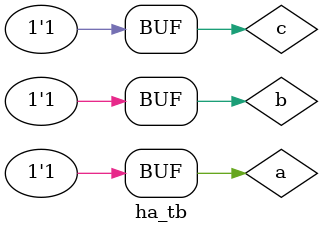
<source format=v>
module fulladder(a,b,c,sum,carry);
input a,b,c;
output sum,carry;
wire x,y,z,d;
xor(d,a,b);
xor(sum,d,c);
and(x,a,b);
and(y,b,c);
and(z,c,a);
or(carry,x,y,z);
endmodule
//testbench
module ha_tb;
reg a,b,c;
wire sum,carry;
fulladder uut(a,b,c,sum,carry);
initial begin
a=0;b=0;c=0;
#5 a=1;b=0;c=1;
#5 a=1;b=0;c=0;
#5 a=1;b=1;c=1;
end
initial begin
$monitor($time,"a=%b b=%b c=%b sum=%b carry=%c",a,b,c,sum,carry);
end
endmodule

</source>
